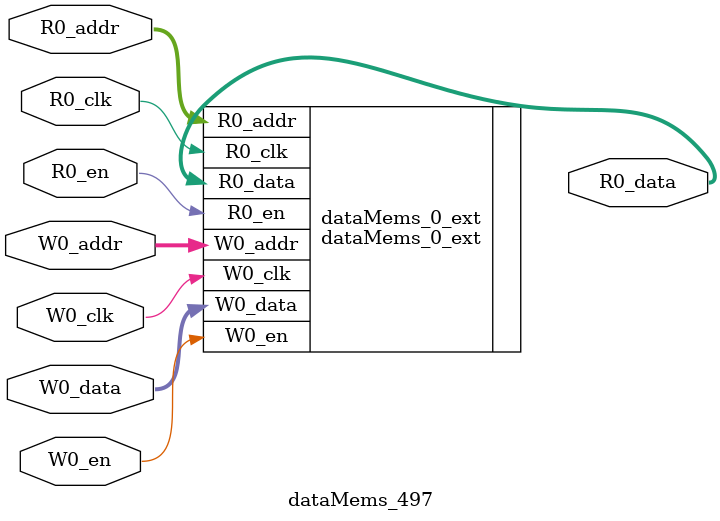
<source format=sv>
`ifndef RANDOMIZE
  `ifdef RANDOMIZE_REG_INIT
    `define RANDOMIZE
  `endif // RANDOMIZE_REG_INIT
`endif // not def RANDOMIZE
`ifndef RANDOMIZE
  `ifdef RANDOMIZE_MEM_INIT
    `define RANDOMIZE
  `endif // RANDOMIZE_MEM_INIT
`endif // not def RANDOMIZE

`ifndef RANDOM
  `define RANDOM $random
`endif // not def RANDOM

// Users can define 'PRINTF_COND' to add an extra gate to prints.
`ifndef PRINTF_COND_
  `ifdef PRINTF_COND
    `define PRINTF_COND_ (`PRINTF_COND)
  `else  // PRINTF_COND
    `define PRINTF_COND_ 1
  `endif // PRINTF_COND
`endif // not def PRINTF_COND_

// Users can define 'ASSERT_VERBOSE_COND' to add an extra gate to assert error printing.
`ifndef ASSERT_VERBOSE_COND_
  `ifdef ASSERT_VERBOSE_COND
    `define ASSERT_VERBOSE_COND_ (`ASSERT_VERBOSE_COND)
  `else  // ASSERT_VERBOSE_COND
    `define ASSERT_VERBOSE_COND_ 1
  `endif // ASSERT_VERBOSE_COND
`endif // not def ASSERT_VERBOSE_COND_

// Users can define 'STOP_COND' to add an extra gate to stop conditions.
`ifndef STOP_COND_
  `ifdef STOP_COND
    `define STOP_COND_ (`STOP_COND)
  `else  // STOP_COND
    `define STOP_COND_ 1
  `endif // STOP_COND
`endif // not def STOP_COND_

// Users can define INIT_RANDOM as general code that gets injected into the
// initializer block for modules with registers.
`ifndef INIT_RANDOM
  `define INIT_RANDOM
`endif // not def INIT_RANDOM

// If using random initialization, you can also define RANDOMIZE_DELAY to
// customize the delay used, otherwise 0.002 is used.
`ifndef RANDOMIZE_DELAY
  `define RANDOMIZE_DELAY 0.002
`endif // not def RANDOMIZE_DELAY

// Define INIT_RANDOM_PROLOG_ for use in our modules below.
`ifndef INIT_RANDOM_PROLOG_
  `ifdef RANDOMIZE
    `ifdef VERILATOR
      `define INIT_RANDOM_PROLOG_ `INIT_RANDOM
    `else  // VERILATOR
      `define INIT_RANDOM_PROLOG_ `INIT_RANDOM #`RANDOMIZE_DELAY begin end
    `endif // VERILATOR
  `else  // RANDOMIZE
    `define INIT_RANDOM_PROLOG_
  `endif // RANDOMIZE
`endif // not def INIT_RANDOM_PROLOG_

// Include register initializers in init blocks unless synthesis is set
`ifndef SYNTHESIS
  `ifndef ENABLE_INITIAL_REG_
    `define ENABLE_INITIAL_REG_
  `endif // not def ENABLE_INITIAL_REG_
`endif // not def SYNTHESIS

// Include rmemory initializers in init blocks unless synthesis is set
`ifndef SYNTHESIS
  `ifndef ENABLE_INITIAL_MEM_
    `define ENABLE_INITIAL_MEM_
  `endif // not def ENABLE_INITIAL_MEM_
`endif // not def SYNTHESIS

module dataMems_497(	// @[generators/ara/src/main/scala/UnsafeAXI4ToTL.scala:365:62]
  input  [4:0]  R0_addr,
  input         R0_en,
  input         R0_clk,
  output [66:0] R0_data,
  input  [4:0]  W0_addr,
  input         W0_en,
  input         W0_clk,
  input  [66:0] W0_data
);

  dataMems_0_ext dataMems_0_ext (	// @[generators/ara/src/main/scala/UnsafeAXI4ToTL.scala:365:62]
    .R0_addr (R0_addr),
    .R0_en   (R0_en),
    .R0_clk  (R0_clk),
    .R0_data (R0_data),
    .W0_addr (W0_addr),
    .W0_en   (W0_en),
    .W0_clk  (W0_clk),
    .W0_data (W0_data)
  );
endmodule


</source>
